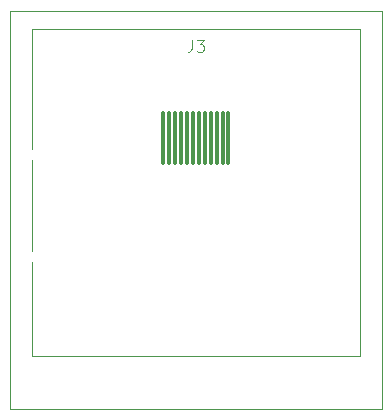
<source format=gbr>
%TF.GenerationSoftware,KiCad,Pcbnew,7.0.1*%
%TF.CreationDate,2024-01-11T23:21:17+00:00*%
%TF.ProjectId,Hardware,48617264-7761-4726-952e-6b696361645f,rev?*%
%TF.SameCoordinates,Original*%
%TF.FileFunction,Legend,Top*%
%TF.FilePolarity,Positive*%
%FSLAX46Y46*%
G04 Gerber Fmt 4.6, Leading zero omitted, Abs format (unit mm)*
G04 Created by KiCad (PCBNEW 7.0.1) date 2024-01-11 23:21:17*
%MOMM*%
%LPD*%
G01*
G04 APERTURE LIST*
G04 Aperture macros list*
%AMRoundRect*
0 Rectangle with rounded corners*
0 $1 Rounding radius*
0 $2 $3 $4 $5 $6 $7 $8 $9 X,Y pos of 4 corners*
0 Add a 4 corners polygon primitive as box body*
4,1,4,$2,$3,$4,$5,$6,$7,$8,$9,$2,$3,0*
0 Add four circle primitives for the rounded corners*
1,1,$1+$1,$2,$3*
1,1,$1+$1,$4,$5*
1,1,$1+$1,$6,$7*
1,1,$1+$1,$8,$9*
0 Add four rect primitives between the rounded corners*
20,1,$1+$1,$2,$3,$4,$5,0*
20,1,$1+$1,$4,$5,$6,$7,0*
20,1,$1+$1,$6,$7,$8,$9,0*
20,1,$1+$1,$8,$9,$2,$3,0*%
G04 Aperture macros list end*
%ADD10C,0.100000*%
%ADD11RoundRect,0.075000X-0.075000X-2.175000X0.075000X-2.175000X0.075000X2.175000X-0.075000X2.175000X0*%
%ADD12C,0.650000*%
%ADD13O,1.800000X1.000000*%
%ADD14O,2.100000X1.000000*%
%ADD15C,1.800000*%
G04 APERTURE END LIST*
D10*
%TO.C,J3*%
X129666666Y-43712619D02*
X129666666Y-44426904D01*
X129666666Y-44426904D02*
X129619047Y-44569761D01*
X129619047Y-44569761D02*
X129523809Y-44665000D01*
X129523809Y-44665000D02*
X129380952Y-44712619D01*
X129380952Y-44712619D02*
X129285714Y-44712619D01*
X130047619Y-43712619D02*
X130666666Y-43712619D01*
X130666666Y-43712619D02*
X130333333Y-44093571D01*
X130333333Y-44093571D02*
X130476190Y-44093571D01*
X130476190Y-44093571D02*
X130571428Y-44141190D01*
X130571428Y-44141190D02*
X130619047Y-44188809D01*
X130619047Y-44188809D02*
X130666666Y-44284047D01*
X130666666Y-44284047D02*
X130666666Y-44522142D01*
X130666666Y-44522142D02*
X130619047Y-44617380D01*
X130619047Y-44617380D02*
X130571428Y-44665000D01*
X130571428Y-44665000D02*
X130476190Y-44712619D01*
X130476190Y-44712619D02*
X130190476Y-44712619D01*
X130190476Y-44712619D02*
X130095238Y-44665000D01*
X130095238Y-44665000D02*
X130047619Y-44617380D01*
X116125000Y-42750000D02*
X143875000Y-42750000D01*
X143875000Y-42750000D02*
X143875000Y-70500000D01*
X143875000Y-70500000D02*
X116125000Y-70500000D01*
X116125000Y-70500000D02*
X116125000Y-42750000D01*
X114250000Y-41250000D02*
X145750000Y-41250000D01*
X145750000Y-41250000D02*
X145750000Y-75000000D01*
X145750000Y-75000000D02*
X114250000Y-75000000D01*
X114250000Y-75000000D02*
X114250000Y-41250000D01*
%TD*%
%LPC*%
D11*
%TO.C,J3*%
X132750000Y-52000000D03*
X132250000Y-52000000D03*
X131750000Y-52000000D03*
X131250000Y-52000000D03*
X130750000Y-52000000D03*
X130250000Y-52000000D03*
X129750000Y-52000000D03*
X129250000Y-52000000D03*
X128750000Y-52000000D03*
X128250000Y-52000000D03*
X127750000Y-52000000D03*
X127250000Y-52000000D03*
%TD*%
D12*
%TO.C,J1*%
X120461000Y-60675000D03*
X120461000Y-54895000D03*
D13*
X116781000Y-62105000D03*
D14*
X120981000Y-62105000D03*
D13*
X116781000Y-53465000D03*
D14*
X120981000Y-53465000D03*
%TD*%
D15*
%TO.C,J4*%
X137000000Y-61000000D03*
X137000000Y-55000000D03*
%TD*%
M02*

</source>
